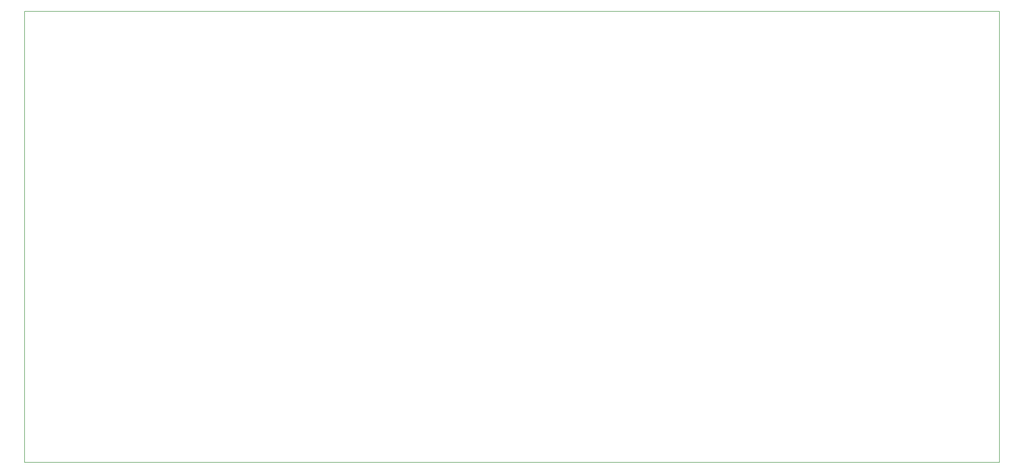
<source format=gbr>
%TF.GenerationSoftware,KiCad,Pcbnew,(5.99.0-9830-g9acf5e365a)*%
%TF.CreationDate,2021-04-14T10:40:31+02:00*%
%TF.ProjectId,Power Supply Board v2.0,506f7765-7220-4537-9570-706c7920426f,2.0*%
%TF.SameCoordinates,Original*%
%TF.FileFunction,Profile,NP*%
%FSLAX46Y46*%
G04 Gerber Fmt 4.6, Leading zero omitted, Abs format (unit mm)*
G04 Created by KiCad (PCBNEW (5.99.0-9830-g9acf5e365a)) date 2021-04-14 10:40:31*
%MOMM*%
%LPD*%
G01*
G04 APERTURE LIST*
%TA.AperFunction,Profile*%
%ADD10C,0.150000*%
%TD*%
G04 APERTURE END LIST*
D10*
X31000000Y-230000000D02*
X357000000Y-230000000D01*
X357000000Y-79000000D02*
X31000000Y-79000000D01*
X31000000Y-79000000D02*
X31000000Y-230000000D01*
X357000000Y-230000000D02*
X357000000Y-79000000D01*
M02*

</source>
